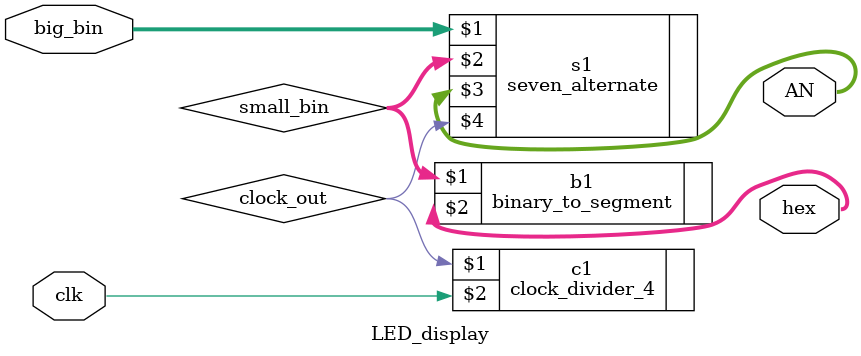
<source format=v>
`timescale 1ns / 1ps
module LED_display(big_bin, hex, AN, clk);
	input[15:0] big_bin;
	output[6:0] hex;
	output[3:0] AN;
	input clk;
	wire [3:0] small_bin;
	wire clock_out;
	//reg [15:0] big_bin_test;
	
	//initial
		//big_bin_test = 16'b1010000010110001;

	
	clock_divider_4 c1 (clock_out, clk);
	seven_alternate s1 (big_bin, small_bin, AN, clock_out);
	binary_to_segment b1 (small_bin, hex);
	
endmodule

</source>
